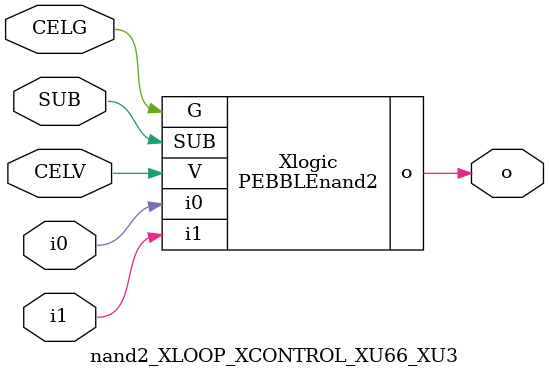
<source format=v>



module PEBBLEnand2 ( o, G, SUB, V, i0, i1 );

  input i0;
  input V;
  input i1;
  input G;
  output o;
  input SUB;
endmodule

//Celera Confidential Do Not Copy nand2_XLOOP_XCONTROL_XU66_XU3
//Celera Confidential Symbol Generator
//5V NAND2
module nand2_XLOOP_XCONTROL_XU66_XU3 (CELV,CELG,i0,i1,o,SUB);
input CELV;
input CELG;
input i0;
input i1;
input SUB;
output o;

//Celera Confidential Do Not Copy nand2
PEBBLEnand2 Xlogic(
.V (CELV),
.i0 (i0),
.i1 (i1),
.o (o),
.SUB (SUB),
.G (CELG)
);
//,diesize,PEBBLEnand2

//Celera Confidential Do Not Copy Module End
//Celera Schematic Generator
endmodule

</source>
